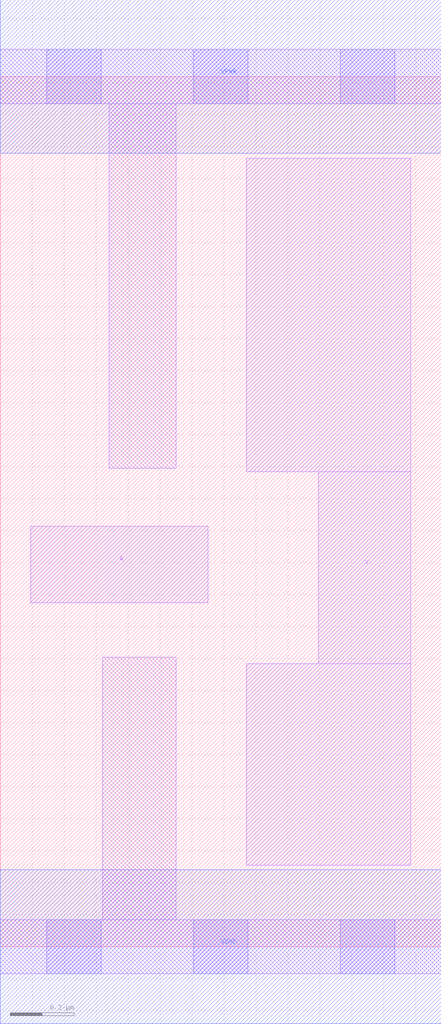
<source format=lef>
# Copyright 2020 The SkyWater PDK Authors
#
# Licensed under the Apache License, Version 2.0 (the "License");
# you may not use this file except in compliance with the License.
# You may obtain a copy of the License at
#
#     https://www.apache.org/licenses/LICENSE-2.0
#
# Unless required by applicable law or agreed to in writing, software
# distributed under the License is distributed on an "AS IS" BASIS,
# WITHOUT WARRANTIES OR CONDITIONS OF ANY KIND, either express or implied.
# See the License for the specific language governing permissions and
# limitations under the License.
#
# SPDX-License-Identifier: Apache-2.0

VERSION 5.7 ;
  NAMESCASESENSITIVE ON ;
  NOWIREEXTENSIONATPIN ON ;
  DIVIDERCHAR "/" ;
  BUSBITCHARS "[]" ;
UNITS
  DATABASE MICRONS 200 ;
END UNITS
PROPERTYDEFINITIONS
  MACRO maskLayoutSubType STRING ;
  MACRO prCellType STRING ;
  MACRO originalViewName STRING ;
END PROPERTYDEFINITIONS
MACRO sky130_fd_sc_hdll__inv_1
  CLASS CORE ;
  FOREIGN sky130_fd_sc_hdll__inv_1 ;
  ORIGIN  0.000000  0.000000 ;
  SIZE  1.380000 BY  2.720000 ;
  SYMMETRY X Y R90 ;
  SITE unithd ;
  PIN A
    ANTENNAGATEAREA  0.277500 ;
    DIRECTION INPUT ;
    USE SIGNAL ;
    PORT
      LAYER li1 ;
        RECT 0.095000 1.075000 0.650000 1.315000 ;
    END
  END A
  PIN Y
    ANTENNADIFFAREA  0.439000 ;
    DIRECTION OUTPUT ;
    USE SIGNAL ;
    PORT
      LAYER li1 ;
        RECT 0.770000 0.255000 1.285000 0.885000 ;
        RECT 0.770000 1.485000 1.285000 2.465000 ;
        RECT 0.995000 0.885000 1.285000 1.485000 ;
    END
  END Y
  PIN VGND
    DIRECTION INOUT ;
    USE GROUND ;
    PORT
      LAYER met1 ;
        RECT 0.000000 -0.240000 1.380000 0.240000 ;
    END
  END VGND
  PIN VPWR
    DIRECTION INOUT ;
    USE POWER ;
    PORT
      LAYER met1 ;
        RECT 0.000000 2.480000 1.380000 2.960000 ;
    END
  END VPWR
  OBS
    LAYER li1 ;
      RECT 0.000000 -0.085000 1.380000 0.085000 ;
      RECT 0.000000  2.635000 1.380000 2.805000 ;
      RECT 0.320000  0.085000 0.550000 0.905000 ;
      RECT 0.340000  1.495000 0.550000 2.635000 ;
    LAYER mcon ;
      RECT 0.145000 -0.085000 0.315000 0.085000 ;
      RECT 0.145000  2.635000 0.315000 2.805000 ;
      RECT 0.605000 -0.085000 0.775000 0.085000 ;
      RECT 0.605000  2.635000 0.775000 2.805000 ;
      RECT 1.065000 -0.085000 1.235000 0.085000 ;
      RECT 1.065000  2.635000 1.235000 2.805000 ;
  END
  PROPERTY maskLayoutSubType "abstract" ;
  PROPERTY prCellType "standard" ;
  PROPERTY originalViewName "layout" ;
END sky130_fd_sc_hdll__inv_1
END LIBRARY

</source>
